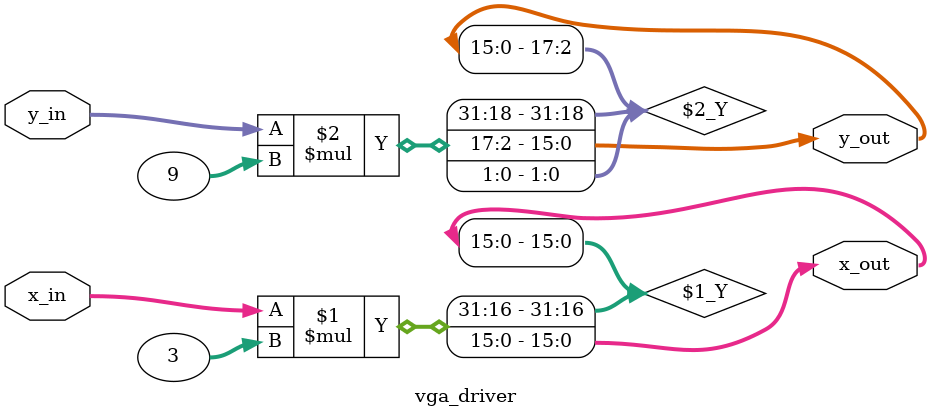
<source format=v>
`timescale 1ns / 1ps


module vga_driver(
    input wire [9:0] x_in,
    input wire [9:0] y_in,
    output wire [15:0] x_out,
    output wire [15:0] y_out
);
    
    assign x_out = x_in * 3;
    assign y_out = (y_in * 9) >> 2;
    
endmodule

</source>
